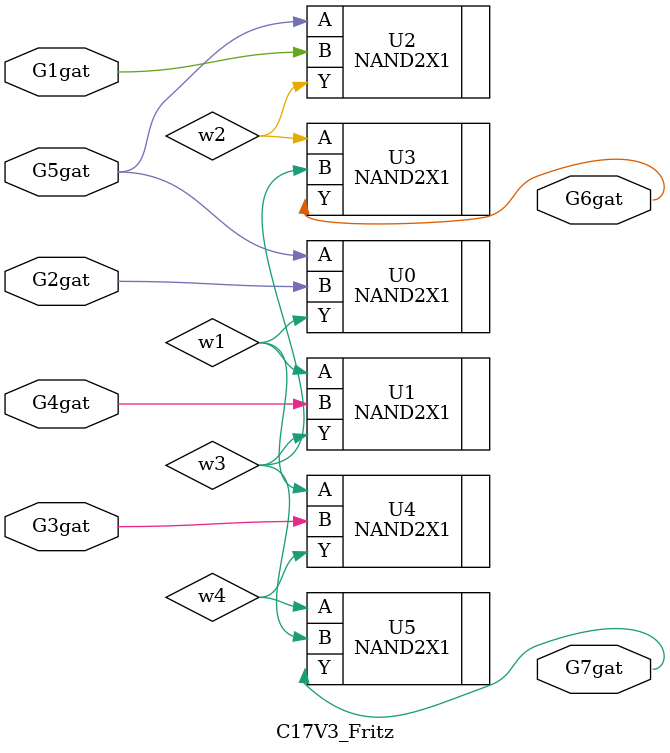
<source format=v>
module C17V3_Fritz (
    G1gat, G2gat, G3gat, G4gat, G5gat, G6gat, G7gat );
  input  G1gat, G2gat, G3gat, G4gat, G5gat;
  output G6gat, G7gat ;
  wire w1, w2, w3, w4;

  
  NAND2X1   U0(.A(G5gat), .B(G2gat), .Y(w1));
  NAND2X1   U2(.A(G5gat), .B(G1gat), .Y(w2));
  
  NAND2X1   U1(.A(w1), .B(G4gat), .Y(w3));
  NAND2X1   U4(.A(w1), .B(G3gat), .Y(w4));

  NAND2X1   U3(.A(w2), .B(w3), .Y(G6gat));
  NAND2X1   U5(.A(w4), .B(w3), .Y(G7gat));

endmodule



</source>
